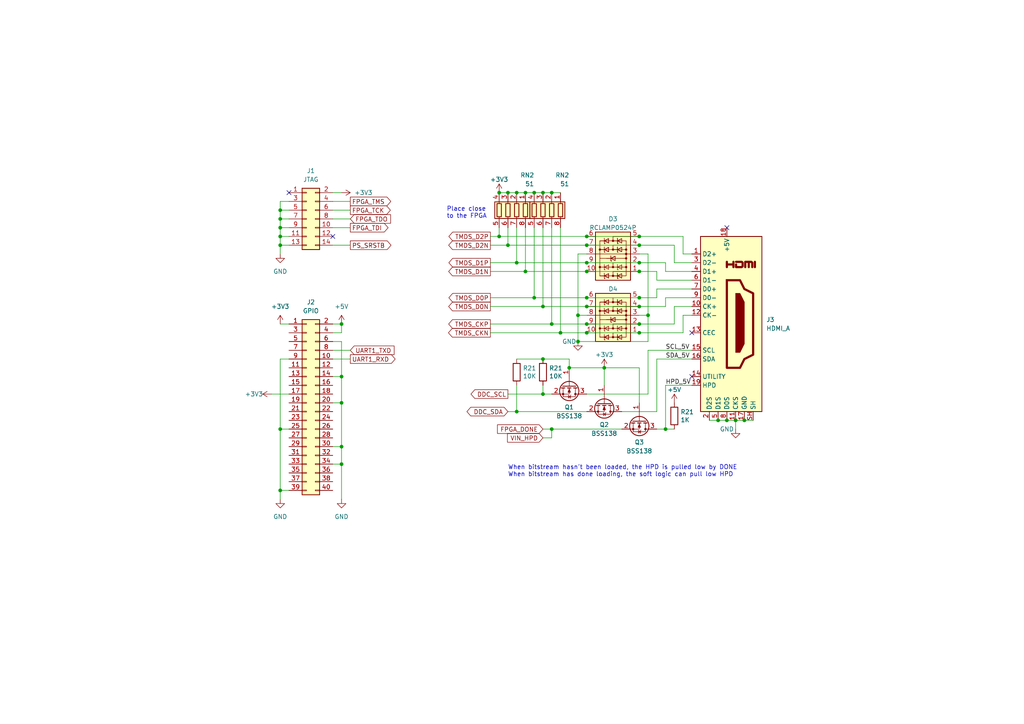
<source format=kicad_sch>
(kicad_sch (version 20230121) (generator eeschema)
  (paper "A4")
  (lib_symbols
    (symbol "Connector:HDMI_A"
      (property "Reference" "J" (at -6.35 26.67 0))
      (property "Value" "HDMI_A" (at 10.16 26.67 0))
      (symbol "HDMI_A_0_0"
        (polyline (pts (xy 8.128 16.51) (xy 8.128 18.034)) (stroke (width 0.635)))
        (polyline (pts (xy 0 16.51) (xy 0 18.034) (xy 0 17.272) (xy 1.905 17.272) (xy 1.905 18.034) (xy 1.905 16.51)) (stroke (width 0.635)))
        (polyline (pts (xy 2.667 18.034) (xy 4.318 18.034) (xy 4.572 17.78) (xy 4.572 16.764) (xy 4.318 16.51) (xy 2.667 16.51) (xy 2.667 17.272)) (stroke (width 0.635)))
      )
      (symbol "HDMI_A_0_1"
        (rectangle (start -7.62 25.4) (end 10.16 -25.4) (stroke (width 0.254)) (fill (type background)))
        (polyline (pts (xy 2.54 8.89) (xy 3.81 8.89) (xy 5.08 6.35) (xy 5.08 -5.715) (xy 3.81 -8.255) (xy 2.54 -8.255) (xy 2.54 8.89)) (fill (type outline)))
        (polyline (pts (xy 5.334 16.51) (xy 5.334 18.034) (xy 6.35 18.034) (xy 6.35 16.51) (xy 6.35 18.034) (xy 7.112 18.034) (xy 7.366 17.78) (xy 7.366 16.51)) (stroke (width 0.635)))
        (polyline (pts (xy 0 12.7) (xy 0 -12.7) (xy 3.81 -12.7) (xy 5.08 -10.16) (xy 7.62 -8.89) (xy 7.62 8.89) (xy 5.08 10.16) (xy 3.81 12.7) (xy 0 12.7)) (stroke (width 0.635)))
      )
      (symbol "HDMI_A_1_1"
        (pin passive line (at -10.16 20.32 0) (length 2.54) (name "D2+") (number "1"))
        (pin passive line (at -10.16 5.08 0) (length 2.54) (name "CK+") (number "10"))
        (pin power_in line (at 2.54 -27.94 90) (length 2.54) (name "CKS") (number "11"))
        (pin passive line (at -10.16 2.54 0) (length 2.54) (name "CK-") (number "12"))
        (pin bidirectional line (at -10.16 -2.54 0) (length 2.54) (name "CEC") (number "13"))
        (pin passive line (at -10.16 -15.24 0) (length 2.54) (name "UTILITY") (number "14"))
        (pin passive line (at -10.16 -7.62 0) (length 2.54) (name "SCL") (number "15"))
        (pin bidirectional line (at -10.16 -10.16 0) (length 2.54) (name "SDA") (number "16"))
        (pin power_in line (at 5.08 -27.94 90) (length 2.54) (name "GND") (number "17"))
        (pin power_in line (at 0 27.94 270) (length 2.54) (name "+5V") (number "18"))
        (pin passive line (at -10.16 -17.78 0) (length 2.54) (name "HPD") (number "19"))
        (pin power_in line (at -5.08 -27.94 90) (length 2.54) (name "D2S") (number "2"))
        (pin passive line (at -10.16 17.78 0) (length 2.54) (name "D2-") (number "3"))
        (pin passive line (at -10.16 15.24 0) (length 2.54) (name "D1+") (number "4"))
        (pin power_in line (at -2.54 -27.94 90) (length 2.54) (name "D1S") (number "5"))
        (pin passive line (at -10.16 12.7 0) (length 2.54) (name "D1-") (number "6"))
        (pin passive line (at -10.16 10.16 0) (length 2.54) (name "D0+") (number "7"))
        (pin power_in line (at 0 -27.94 90) (length 2.54) (name "D0S") (number "8"))
        (pin passive line (at -10.16 7.62 0) (length 2.54) (name "D0-") (number "9"))
        (pin passive line (at 7.62 -27.94 90) (length 2.54) (name "SH") (number "SH"))
      )
    )
    (symbol "Connector_Generic:Conn_02x07_Odd_Even" (pin_names (offset 1.016) hide)
      (property "Reference" "J" (at 1.27 10.16 0))
      (property "Value" "Conn_02x07_Odd_Even" (at 1.27 -10.16 0))
      (symbol "Conn_02x07_Odd_Even_1_1"
        (rectangle (start -1.27 -7.493) (end 0 -7.747) (stroke (width 0.1524)))
        (rectangle (start -1.27 -4.953) (end 0 -5.207) (stroke (width 0.1524)))
        (rectangle (start -1.27 -2.413) (end 0 -2.667) (stroke (width 0.1524)))
        (rectangle (start -1.27 0.127) (end 0 -0.127) (stroke (width 0.1524)))
        (rectangle (start -1.27 2.667) (end 0 2.413) (stroke (width 0.1524)))
        (rectangle (start -1.27 5.207) (end 0 4.953) (stroke (width 0.1524)))
        (rectangle (start -1.27 7.747) (end 0 7.493) (stroke (width 0.1524)))
        (rectangle (start -1.27 8.89) (end 3.81 -8.89) (stroke (width 0.254)) (fill (type background)))
        (rectangle (start 3.81 -7.493) (end 2.54 -7.747) (stroke (width 0.1524)))
        (rectangle (start 3.81 -4.953) (end 2.54 -5.207) (stroke (width 0.1524)))
        (rectangle (start 3.81 -2.413) (end 2.54 -2.667) (stroke (width 0.1524)))
        (rectangle (start 3.81 0.127) (end 2.54 -0.127) (stroke (width 0.1524)))
        (rectangle (start 3.81 2.667) (end 2.54 2.413) (stroke (width 0.1524)))
        (rectangle (start 3.81 5.207) (end 2.54 4.953) (stroke (width 0.1524)))
        (rectangle (start 3.81 7.747) (end 2.54 7.493) (stroke (width 0.1524)))
        (pin passive line (at -5.08 7.62 0) (length 3.81) (name "Pin_1") (number "1"))
        (pin passive line (at 7.62 -2.54 180) (length 3.81) (name "Pin_10") (number "10"))
        (pin passive line (at -5.08 -5.08 0) (length 3.81) (name "Pin_11") (number "11"))
        (pin passive line (at 7.62 -5.08 180) (length 3.81) (name "Pin_12") (number "12"))
        (pin passive line (at -5.08 -7.62 0) (length 3.81) (name "Pin_13") (number "13"))
        (pin passive line (at 7.62 -7.62 180) (length 3.81) (name "Pin_14") (number "14"))
        (pin passive line (at 7.62 7.62 180) (length 3.81) (name "Pin_2") (number "2"))
        (pin passive line (at -5.08 5.08 0) (length 3.81) (name "Pin_3") (number "3"))
        (pin passive line (at 7.62 5.08 180) (length 3.81) (name "Pin_4") (number "4"))
        (pin passive line (at -5.08 2.54 0) (length 3.81) (name "Pin_5") (number "5"))
        (pin passive line (at 7.62 2.54 180) (length 3.81) (name "Pin_6") (number "6"))
        (pin passive line (at -5.08 0 0) (length 3.81) (name "Pin_7") (number "7"))
        (pin passive line (at 7.62 0 180) (length 3.81) (name "Pin_8") (number "8"))
        (pin passive line (at -5.08 -2.54 0) (length 3.81) (name "Pin_9") (number "9"))
      )
    )
    (symbol "Connector_Generic:Conn_02x20_Odd_Even" (pin_names (offset 1.016) hide)
      (property "Reference" "J" (at 1.27 25.4 0))
      (property "Value" "Conn_02x20_Odd_Even" (at 1.27 -27.94 0))
      (symbol "Conn_02x20_Odd_Even_1_1"
        (rectangle (start -1.27 -25.273) (end 0 -25.527) (stroke (width 0.1524)))
        (rectangle (start -1.27 -22.733) (end 0 -22.987) (stroke (width 0.1524)))
        (rectangle (start -1.27 -20.193) (end 0 -20.447) (stroke (width 0.1524)))
        (rectangle (start -1.27 -17.653) (end 0 -17.907) (stroke (width 0.1524)))
        (rectangle (start -1.27 -15.113) (end 0 -15.367) (stroke (width 0.1524)))
        (rectangle (start -1.27 -12.573) (end 0 -12.827) (stroke (width 0.1524)))
        (rectangle (start -1.27 -10.033) (end 0 -10.287) (stroke (width 0.1524)))
        (rectangle (start -1.27 -7.493) (end 0 -7.747) (stroke (width 0.1524)))
        (rectangle (start -1.27 -4.953) (end 0 -5.207) (stroke (width 0.1524)))
        (rectangle (start -1.27 -2.413) (end 0 -2.667) (stroke (width 0.1524)))
        (rectangle (start -1.27 0.127) (end 0 -0.127) (stroke (width 0.1524)))
        (rectangle (start -1.27 2.667) (end 0 2.413) (stroke (width 0.1524)))
        (rectangle (start -1.27 5.207) (end 0 4.953) (stroke (width 0.1524)))
        (rectangle (start -1.27 7.747) (end 0 7.493) (stroke (width 0.1524)))
        (rectangle (start -1.27 10.287) (end 0 10.033) (stroke (width 0.1524)))
        (rectangle (start -1.27 12.827) (end 0 12.573) (stroke (width 0.1524)))
        (rectangle (start -1.27 15.367) (end 0 15.113) (stroke (width 0.1524)))
        (rectangle (start -1.27 17.907) (end 0 17.653) (stroke (width 0.1524)))
        (rectangle (start -1.27 20.447) (end 0 20.193) (stroke (width 0.1524)))
        (rectangle (start -1.27 22.987) (end 0 22.733) (stroke (width 0.1524)))
        (rectangle (start -1.27 24.13) (end 3.81 -26.67) (stroke (width 0.254)) (fill (type background)))
        (rectangle (start 3.81 -25.273) (end 2.54 -25.527) (stroke (width 0.1524)))
        (rectangle (start 3.81 -22.733) (end 2.54 -22.987) (stroke (width 0.1524)))
        (rectangle (start 3.81 -20.193) (end 2.54 -20.447) (stroke (width 0.1524)))
        (rectangle (start 3.81 -17.653) (end 2.54 -17.907) (stroke (width 0.1524)))
        (rectangle (start 3.81 -15.113) (end 2.54 -15.367) (stroke (width 0.1524)))
        (rectangle (start 3.81 -12.573) (end 2.54 -12.827) (stroke (width 0.1524)))
        (rectangle (start 3.81 -10.033) (end 2.54 -10.287) (stroke (width 0.1524)))
        (rectangle (start 3.81 -7.493) (end 2.54 -7.747) (stroke (width 0.1524)))
        (rectangle (start 3.81 -4.953) (end 2.54 -5.207) (stroke (width 0.1524)))
        (rectangle (start 3.81 -2.413) (end 2.54 -2.667) (stroke (width 0.1524)))
        (rectangle (start 3.81 0.127) (end 2.54 -0.127) (stroke (width 0.1524)))
        (rectangle (start 3.81 2.667) (end 2.54 2.413) (stroke (width 0.1524)))
        (rectangle (start 3.81 5.207) (end 2.54 4.953) (stroke (width 0.1524)))
        (rectangle (start 3.81 7.747) (end 2.54 7.493) (stroke (width 0.1524)))
        (rectangle (start 3.81 10.287) (end 2.54 10.033) (stroke (width 0.1524)))
        (rectangle (start 3.81 12.827) (end 2.54 12.573) (stroke (width 0.1524)))
        (rectangle (start 3.81 15.367) (end 2.54 15.113) (stroke (width 0.1524)))
        (rectangle (start 3.81 17.907) (end 2.54 17.653) (stroke (width 0.1524)))
        (rectangle (start 3.81 20.447) (end 2.54 20.193) (stroke (width 0.1524)))
        (rectangle (start 3.81 22.987) (end 2.54 22.733) (stroke (width 0.1524)))
        (pin passive line (at -5.08 22.86 0) (length 3.81) (name "Pin_1") (number "1"))
        (pin passive line (at 7.62 12.7 180) (length 3.81) (name "Pin_10") (number "10"))
        (pin passive line (at -5.08 10.16 0) (length 3.81) (name "Pin_11") (number "11"))
        (pin passive line (at 7.62 10.16 180) (length 3.81) (name "Pin_12") (number "12"))
        (pin passive line (at -5.08 7.62 0) (length 3.81) (name "Pin_13") (number "13"))
        (pin passive line (at 7.62 7.62 180) (length 3.81) (name "Pin_14") (number "14"))
        (pin passive line (at -5.08 5.08 0) (length 3.81) (name "Pin_15") (number "15"))
        (pin passive line (at 7.62 5.08 180) (length 3.81) (name "Pin_16") (number "16"))
        (pin passive line (at -5.08 2.54 0) (length 3.81) (name "Pin_17") (number "17"))
        (pin passive line (at 7.62 2.54 180) (length 3.81) (name "Pin_18") (number "18"))
        (pin passive line (at -5.08 0 0) (length 3.81) (name "Pin_19") (number "19"))
        (pin passive line (at 7.62 22.86 180) (length 3.81) (name "Pin_2") (number "2"))
        (pin passive line (at 7.62 0 180) (length 3.81) (name "Pin_20") (number "20"))
        (pin passive line (at -5.08 -2.54 0) (length 3.81) (name "Pin_21") (number "21"))
        (pin passive line (at 7.62 -2.54 180) (length 3.81) (name "Pin_22") (number "22"))
        (pin passive line (at -5.08 -5.08 0) (length 3.81) (name "Pin_23") (number "23"))
        (pin passive line (at 7.62 -5.08 180) (length 3.81) (name "Pin_24") (number "24"))
        (pin passive line (at -5.08 -7.62 0) (length 3.81) (name "Pin_25") (number "25"))
        (pin passive line (at 7.62 -7.62 180) (length 3.81) (name "Pin_26") (number "26"))
        (pin passive line (at -5.08 -10.16 0) (length 3.81) (name "Pin_27") (number "27"))
        (pin passive line (at 7.62 -10.16 180) (length 3.81) (name "Pin_28") (number "28"))
        (pin passive line (at -5.08 -12.7 0) (length 3.81) (name "Pin_29") (number "29"))
        (pin passive line (at -5.08 20.32 0) (length 3.81) (name "Pin_3") (number "3"))
        (pin passive line (at 7.62 -12.7 180) (length 3.81) (name "Pin_30") (number "30"))
        (pin passive line (at -5.08 -15.24 0) (length 3.81) (name "Pin_31") (number "31"))
        (pin passive line (at 7.62 -15.24 180) (length 3.81) (name "Pin_32") (number "32"))
        (pin passive line (at -5.08 -17.78 0) (length 3.81) (name "Pin_33") (number "33"))
        (pin passive line (at 7.62 -17.78 180) (length 3.81) (name "Pin_34") (number "34"))
        (pin passive line (at -5.08 -20.32 0) (length 3.81) (name "Pin_35") (number "35"))
        (pin passive line (at 7.62 -20.32 180) (length 3.81) (name "Pin_36") (number "36"))
        (pin passive line (at -5.08 -22.86 0) (length 3.81) (name "Pin_37") (number "37"))
        (pin passive line (at 7.62 -22.86 180) (length 3.81) (name "Pin_38") (number "38"))
        (pin passive line (at -5.08 -25.4 0) (length 3.81) (name "Pin_39") (number "39"))
        (pin passive line (at 7.62 20.32 180) (length 3.81) (name "Pin_4") (number "4"))
        (pin passive line (at 7.62 -25.4 180) (length 3.81) (name "Pin_40") (number "40"))
        (pin passive line (at -5.08 17.78 0) (length 3.81) (name "Pin_5") (number "5"))
        (pin passive line (at 7.62 17.78 180) (length 3.81) (name "Pin_6") (number "6"))
        (pin passive line (at -5.08 15.24 0) (length 3.81) (name "Pin_7") (number "7"))
        (pin passive line (at 7.62 15.24 180) (length 3.81) (name "Pin_8") (number "8"))
        (pin passive line (at -5.08 12.7 0) (length 3.81) (name "Pin_9") (number "9"))
      )
    )
    (symbol "Device:R" (pin_numbers hide) (pin_names (offset 0))
      (property "Reference" "R" (at 2.032 0 90))
      (property "Value" "R" (at 0 0 90))
      (symbol "R_0_1"
        (rectangle (start -1.016 -2.54) (end 1.016 2.54) (stroke (width 0.254)))
      )
      (symbol "R_1_1"
        (pin passive line (at 0 3.81 270) (length 1.27) (name "~") (number "1"))
        (pin passive line (at 0 -3.81 90) (length 1.27) (name "~") (number "2"))
      )
    )
    (symbol "Device:R_Pack04" (pin_names (offset 0) hide)
      (property "Reference" "RN" (at -7.62 0 90))
      (property "Value" "R_Pack04" (at 5.08 0 90))
      (symbol "R_Pack04_0_1"
        (rectangle (start -6.35 -2.413) (end 3.81 2.413) (stroke (width 0.254)) (fill (type background)))
        (rectangle (start -5.715 1.905) (end -4.445 -1.905) (stroke (width 0.254)))
        (rectangle (start -3.175 1.905) (end -1.905 -1.905) (stroke (width 0.254)))
        (rectangle (start -0.635 1.905) (end 0.635 -1.905) (stroke (width 0.254)))
        (polyline (pts (xy -5.08 -2.54) (xy -5.08 -1.905)))
        (polyline (pts (xy -5.08 1.905) (xy -5.08 2.54)))
        (polyline (pts (xy -2.54 -2.54) (xy -2.54 -1.905)))
        (polyline (pts (xy -2.54 1.905) (xy -2.54 2.54)))
        (polyline (pts (xy 0 -2.54) (xy 0 -1.905)))
        (polyline (pts (xy 0 1.905) (xy 0 2.54)))
        (polyline (pts (xy 2.54 -2.54) (xy 2.54 -1.905)))
        (polyline (pts (xy 2.54 1.905) (xy 2.54 2.54)))
        (rectangle (start 1.905 1.905) (end 3.175 -1.905) (stroke (width 0.254)))
      )
      (symbol "R_Pack04_1_1"
        (pin passive line (at -5.08 -5.08 90) (length 2.54) (name "R1.1") (number "1"))
        (pin passive line (at -2.54 -5.08 90) (length 2.54) (name "R2.1") (number "2"))
        (pin passive line (at 0 -5.08 90) (length 2.54) (name "R3.1") (number "3"))
        (pin passive line (at 2.54 -5.08 90) (length 2.54) (name "R4.1") (number "4"))
        (pin passive line (at 2.54 5.08 270) (length 2.54) (name "R4.2") (number "5"))
        (pin passive line (at 0 5.08 270) (length 2.54) (name "R3.2") (number "6"))
        (pin passive line (at -2.54 5.08 270) (length 2.54) (name "R2.2") (number "7"))
        (pin passive line (at -5.08 5.08 270) (length 2.54) (name "R1.2") (number "8"))
      )
    )
    (symbol "Transistor_FET:BSS138" (pin_names hide)
      (property "Reference" "Q" (at 5.08 1.905 0))
      (property "Value" "BSS138" (at 5.08 0 0))
      (symbol "BSS138_0_1"
        (polyline (pts (xy 0.254 0) (xy -2.54 0)))
        (polyline (pts (xy 0.254 1.905) (xy 0.254 -1.905)) (stroke (width 0.254)))
        (polyline (pts (xy 0.762 -1.27) (xy 0.762 -2.286)) (stroke (width 0.254)))
        (polyline (pts (xy 0.762 0.508) (xy 0.762 -0.508)) (stroke (width 0.254)))
        (polyline (pts (xy 0.762 2.286) (xy 0.762 1.27)) (stroke (width 0.254)))
        (polyline (pts (xy 2.54 2.54) (xy 2.54 1.778)))
        (polyline (pts (xy 2.54 -2.54) (xy 2.54 0) (xy 0.762 0)))
        (polyline (pts (xy 0.762 -1.778) (xy 3.302 -1.778) (xy 3.302 1.778) (xy 0.762 1.778)))
        (polyline (pts (xy 1.016 0) (xy 2.032 0.381) (xy 2.032 -0.381) (xy 1.016 0)) (fill (type outline)))
        (polyline (pts (xy 2.794 0.508) (xy 2.921 0.381) (xy 3.683 0.381) (xy 3.81 0.254)))
        (polyline (pts (xy 3.302 0.381) (xy 2.921 -0.254) (xy 3.683 -0.254) (xy 3.302 0.381)))
        (circle (center 1.651 0) (radius 2.794) (stroke (width 0.254)))
        (circle (center 2.54 -1.778) (radius 0.254) (fill (type outline)))
        (circle (center 2.54 1.778) (radius 0.254) (fill (type outline)))
      )
      (symbol "BSS138_1_1"
        (pin input line (at -5.08 0 0) (length 2.54) (name "G") (number "1"))
        (pin passive line (at 2.54 -5.08 90) (length 2.54) (name "S") (number "2"))
        (pin passive line (at 2.54 5.08 270) (length 2.54) (name "D") (number "3"))
      )
    )
    (symbol "power:+3V3" (power) (pin_names (offset 0))
      (property "Value" "+3V3" (at 0 3.556 0))
      (symbol "+3V3_0_1"
        (polyline (pts (xy -0.762 1.27) (xy 0 2.54)))
        (polyline (pts (xy 0 0) (xy 0 2.54)))
        (polyline (pts (xy 0 2.54) (xy 0.762 1.27)))
      )
      (symbol "+3V3_1_1"
        (pin power_in line (at 0 0 90) (length 0) hide (name "+3V3") (number "1"))
      )
    )
    (symbol "power:+5V" (power) (pin_names (offset 0))
      (property "Value" "+5V" (at 0 3.556 0))
      (symbol "+5V_0_1"
        (polyline (pts (xy -0.762 1.27) (xy 0 2.54)))
        (polyline (pts (xy 0 0) (xy 0 2.54)))
        (polyline (pts (xy 0 2.54) (xy 0.762 1.27)))
      )
      (symbol "+5V_1_1"
        (pin power_in line (at 0 0 90) (length 0) hide (name "+5V") (number "1"))
      )
    )
    (symbol "power:GND" (power) (pin_names (offset 0))
      (property "Value" "GND" (at 0 -3.81 0))
      (symbol "GND_0_1"
        (polyline (pts (xy 0 0) (xy 0 -1.27) (xy 1.27 -1.27) (xy 0 -2.54) (xy -1.27 -1.27) (xy 0 -1.27)))
      )
      (symbol "GND_1_1"
        (pin power_in line (at 0 0 270) (length 0) hide (name "GND") (number "1"))
      )
    )
    (symbol "symbols:RCLAMP0524P" (pin_names hide)
      (property "Reference" "D" (at 7.62 1.27 0))
      (property "Value" "RCLAMP0524P" (at 7.62 -0.635 0))
      (symbol "RCLAMP0524P_0_0"
        (pin passive line (at 0 -7.62 90) (length 2.54) (name "GND") (number "3"))
      )
      (symbol "RCLAMP0524P_0_1"
        (rectangle (start -7.62 5.08) (end 6.35 -5.08) (stroke (width 0.254)) (fill (type background)))
        (circle (center -6.35 0) (radius 0.254) (fill (type outline)))
        (circle (center -3.81 -3.81) (radius 0.254) (fill (type outline)))
        (circle (center -3.81 0) (radius 0.254) (fill (type outline)))
        (circle (center -3.81 3.81) (radius 0.254) (fill (type outline)))
        (circle (center -1.27 -3.81) (radius 0.254) (fill (type outline)))
        (circle (center 0 -3.81) (radius 0.254) (fill (type outline)))
        (polyline (pts (xy -6.35 0) (xy -6.35 -1.27)))
        (polyline (pts (xy -6.35 2.54) (xy -6.35 -1.27)))
        (polyline (pts (xy -6.35 3.81) (xy -6.35 2.54)))
        (polyline (pts (xy -6.35 3.81) (xy -6.35 2.54)))
        (polyline (pts (xy -3.81 -3.81) (xy -3.81 2.54)))
        (polyline (pts (xy -3.81 3.81) (xy -3.81 2.54)))
        (polyline (pts (xy -3.175 -1.27) (xy -3.048 -1.27)))
        (polyline (pts (xy -3.175 2.54) (xy -3.048 2.54)))
        (polyline (pts (xy -1.27 0.635) (xy -1.27 -3.81)))
        (polyline (pts (xy -1.27 1.905) (xy -1.27 0.635)))
        (polyline (pts (xy -1.27 3.81) (xy -1.27 0.635)))
        (polyline (pts (xy 0 -5.08) (xy 0 -3.81)))
        (polyline (pts (xy 0 5.08) (xy 0 -3.81)))
        (polyline (pts (xy 1.27 -3.81) (xy -1.27 -3.81)))
        (polyline (pts (xy 1.27 0) (xy 1.27 -1.27)))
        (polyline (pts (xy 1.27 2.54) (xy 1.27 -1.27)))
        (polyline (pts (xy 1.27 3.81) (xy 1.27 2.54)))
        (polyline (pts (xy 1.27 3.81) (xy 1.27 2.54)))
        (polyline (pts (xy 3.81 0) (xy 3.81 -1.27)))
        (polyline (pts (xy 3.81 2.54) (xy 3.81 -1.27)))
        (polyline (pts (xy 3.81 3.81) (xy -6.35 3.81)))
        (polyline (pts (xy 3.81 3.81) (xy 3.81 2.54)))
        (polyline (pts (xy 3.81 3.81) (xy 3.81 2.54)))
        (polyline (pts (xy -6.35 -1.27) (xy -6.35 -3.81) (xy -1.27 -3.81)))
        (polyline (pts (xy -5.08 -5.08) (xy -5.08 0) (xy -6.35 0)))
        (polyline (pts (xy -3.175 -1.27) (xy -4.572 -1.27) (xy -4.572 -1.524)))
        (polyline (pts (xy -3.175 2.54) (xy -4.572 2.54) (xy -4.572 2.286)))
        (polyline (pts (xy -2.54 -5.08) (xy -2.54 0) (xy -3.81 0)))
        (polyline (pts (xy 1.27 -1.27) (xy 1.27 -3.81) (xy 3.81 -3.81)))
        (polyline (pts (xy 2.54 -5.08) (xy 2.54 0) (xy 1.27 0)))
        (polyline (pts (xy 3.81 -1.27) (xy 3.81 -3.81) (xy 3.81 -3.81)))
        (polyline (pts (xy 5.08 -5.08) (xy 5.08 0) (xy 3.81 0)))
        (polyline (pts (xy -7.112 -1.524) (xy -7.112 -1.27) (xy -5.715 -1.27) (xy -5.588 -1.27)))
        (polyline (pts (xy -7.112 -1.524) (xy -7.112 -1.27) (xy -5.715 -1.27) (xy -5.588 -1.27)))
        (polyline (pts (xy -7.112 2.286) (xy -7.112 2.54) (xy -5.715 2.54) (xy -5.588 2.54)))
        (polyline (pts (xy -7.112 2.286) (xy -7.112 2.54) (xy -5.715 2.54) (xy -5.588 2.54)))
        (polyline (pts (xy -6.35 -1.27) (xy -5.715 -2.54) (xy -6.985 -2.54) (xy -6.35 -1.27)))
        (polyline (pts (xy -6.35 -1.27) (xy -5.715 -2.54) (xy -6.985 -2.54) (xy -6.35 -1.27)))
        (polyline (pts (xy -6.35 2.54) (xy -5.715 1.27) (xy -6.985 1.27) (xy -6.35 2.54)))
        (polyline (pts (xy -6.35 2.54) (xy -5.715 1.27) (xy -6.985 1.27) (xy -6.35 2.54)))
        (polyline (pts (xy -3.175 -2.54) (xy -4.445 -2.54) (xy -3.81 -1.27) (xy -3.175 -2.54)))
        (polyline (pts (xy -3.175 1.27) (xy -4.445 1.27) (xy -3.81 2.54) (xy -3.175 1.27)))
        (polyline (pts (xy -2.032 0.381) (xy -2.032 0.635) (xy -0.635 0.635) (xy -0.508 0.635)))
        (polyline (pts (xy -2.032 0.381) (xy -2.032 0.635) (xy -0.635 0.635) (xy -0.508 0.635)))
        (polyline (pts (xy -1.27 0.635) (xy -0.635 -0.635) (xy -1.905 -0.635) (xy -1.27 0.635)))
        (polyline (pts (xy -1.27 0.635) (xy -0.635 -0.635) (xy -1.905 -0.635) (xy -1.27 0.635)))
        (polyline (pts (xy 0.508 -1.524) (xy 0.508 -1.27) (xy 1.905 -1.27) (xy 2.032 -1.27)))
        (polyline (pts (xy 0.508 -1.524) (xy 0.508 -1.27) (xy 1.905 -1.27) (xy 2.032 -1.27)))
        (polyline (pts (xy 0.508 2.286) (xy 0.508 2.54) (xy 1.905 2.54) (xy 2.032 2.54)))
        (polyline (pts (xy 0.508 2.286) (xy 0.508 2.54) (xy 1.905 2.54) (xy 2.032 2.54)))
        (polyline (pts (xy 1.27 -1.27) (xy 1.905 -2.54) (xy 0.635 -2.54) (xy 1.27 -1.27)))
        (polyline (pts (xy 1.27 -1.27) (xy 1.905 -2.54) (xy 0.635 -2.54) (xy 1.27 -1.27)))
        (polyline (pts (xy 1.27 2.54) (xy 1.905 1.27) (xy 0.635 1.27) (xy 1.27 2.54)))
        (polyline (pts (xy 1.27 2.54) (xy 1.905 1.27) (xy 0.635 1.27) (xy 1.27 2.54)))
        (polyline (pts (xy 3.048 -1.524) (xy 3.048 -1.27) (xy 4.445 -1.27) (xy 4.572 -1.27)))
        (polyline (pts (xy 3.048 -1.524) (xy 3.048 -1.27) (xy 4.445 -1.27) (xy 4.572 -1.27)))
        (polyline (pts (xy 3.048 2.286) (xy 3.048 2.54) (xy 4.445 2.54) (xy 4.572 2.54)))
        (polyline (pts (xy 3.048 2.286) (xy 3.048 2.54) (xy 4.445 2.54) (xy 4.572 2.54)))
        (polyline (pts (xy 3.81 -1.27) (xy 4.445 -2.54) (xy 3.175 -2.54) (xy 3.81 -1.27)))
        (polyline (pts (xy 3.81 -1.27) (xy 4.445 -2.54) (xy 3.175 -2.54) (xy 3.81 -1.27)))
        (polyline (pts (xy 3.81 2.54) (xy 4.445 1.27) (xy 3.175 1.27) (xy 3.81 2.54)))
        (polyline (pts (xy 3.81 2.54) (xy 4.445 1.27) (xy 3.175 1.27) (xy 3.81 2.54)))
        (circle (center 1.27 -3.81) (radius 0.254) (fill (type outline)))
        (circle (center 1.27 0) (radius 0.254) (fill (type outline)))
        (circle (center 1.27 3.81) (radius 0.254) (fill (type outline)))
        (circle (center 3.81 0) (radius 0.254) (fill (type outline)))
      )
      (symbol "RCLAMP0524P_1_1"
        (pin passive line (at -5.08 -7.62 90) (length 2.54) (name "IO1") (number "1"))
        (pin passive line (at -5.08 7.62 270) (length 2.54) (name "NC4") (number "10"))
        (pin passive line (at -2.54 -7.62 90) (length 2.54) (name "IO2") (number "2"))
        (pin passive line (at 2.54 -7.62 90) (length 2.54) (name "IO3") (number "4"))
        (pin passive line (at 5.08 -7.62 90) (length 2.54) (name "IO4") (number "5"))
        (pin passive line (at 5.08 7.62 270) (length 2.54) (name "NC1") (number "6"))
        (pin passive line (at 2.54 7.62 270) (length 2.54) (name "NC2") (number "7"))
        (pin passive line (at 0 7.62 270) (length 2.54) (name "GND") (number "8"))
        (pin passive line (at -2.54 7.62 270) (length 2.54) (name "NC3") (number "9"))
      )
    )
  )
  (junction (at 157.48 104.14))
  (junction (at 160.02 124.46))
  (junction (at 165.1 106.68))
  (junction (at 99.06 129.54))
  (junction (at 187.96 91.44))
  (junction (at 170.18 86.36))
  (junction (at 170.18 93.98))
  (junction (at 170.18 71.12))
  (junction (at 167.64 91.44))
  (junction (at 185.42 71.12))
  (junction (at 152.4 78.74))
  (junction (at 170.18 88.9))
  (junction (at 193.04 124.46))
  (junction (at 185.42 76.2))
  (junction (at 215.9 121.92))
  (junction (at 149.86 76.2))
  (junction (at 147.32 71.12))
  (junction (at 154.94 86.36))
  (junction (at 185.42 68.58))
  (junction (at 213.36 121.92))
  (junction (at 157.48 114.3))
  (junction (at 157.48 88.9))
  (junction (at 210.82 121.92))
  (junction (at 175.26 106.68))
  (junction (at 157.48 55.88))
  (junction (at 99.06 93.98))
  (junction (at 170.18 78.74))
  (junction (at 144.78 55.88))
  (junction (at 185.42 96.52))
  (junction (at 81.28 124.46))
  (junction (at 81.28 66.04))
  (junction (at 170.18 96.52))
  (junction (at 81.28 142.24))
  (junction (at 149.86 55.88))
  (junction (at 152.4 55.88))
  (junction (at 99.06 134.62))
  (junction (at 208.28 121.92))
  (junction (at 170.18 76.2))
  (junction (at 81.28 63.5))
  (junction (at 81.28 71.12))
  (junction (at 167.64 99.06))
  (junction (at 185.42 93.98))
  (junction (at 185.42 78.74))
  (junction (at 185.42 86.36))
  (junction (at 170.18 68.58))
  (junction (at 99.06 109.22))
  (junction (at 99.06 116.84))
  (junction (at 81.28 68.58))
  (junction (at 160.02 93.98))
  (junction (at 149.86 119.38))
  (junction (at 162.56 96.52))
  (junction (at 154.94 55.88))
  (junction (at 185.42 88.9))
  (junction (at 147.32 55.88))
  (junction (at 144.78 68.58))
  (junction (at 81.28 60.96))
  (junction (at 160.02 55.88))
  (no_connect (at 210.82 66.04))
  (no_connect (at 96.52 68.58))
  (no_connect (at 200.66 96.52))
  (no_connect (at 200.66 109.22))
  (no_connect (at 83.82 55.88))
  (wire (pts (xy 157.48 111.76) (xy 157.48 114.3)))
  (wire (pts (xy 81.28 66.04) (xy 81.28 68.58)))
  (wire (pts (xy 167.64 99.06) (xy 187.96 99.06)))
  (wire (pts (xy 160.02 127) (xy 160.02 124.46)))
  (wire (pts (xy 165.1 106.68) (xy 175.26 106.68)))
  (wire (pts (xy 185.42 86.36) (xy 190.5 86.36)))
  (wire (pts (xy 81.28 124.46) (xy 81.28 142.24)))
  (wire (pts (xy 170.18 78.74) (xy 185.42 78.74)))
  (wire (pts (xy 157.48 55.88) (xy 160.02 55.88)))
  (wire (pts (xy 170.18 73.66) (xy 167.64 73.66)))
  (wire (pts (xy 190.5 124.46) (xy 193.04 124.46)))
  (wire (pts (xy 193.04 78.74) (xy 193.04 76.2)))
  (wire (pts (xy 152.4 66.04) (xy 152.4 78.74)))
  (wire (pts (xy 205.74 121.92) (xy 208.28 121.92)))
  (wire (pts (xy 147.32 119.38) (xy 149.86 119.38)))
  (wire (pts (xy 213.36 121.92) (xy 215.9 121.92)))
  (wire (pts (xy 187.96 99.06) (xy 187.96 91.44)))
  (wire (pts (xy 160.02 66.04) (xy 160.02 93.98)))
  (wire (pts (xy 170.18 88.9) (xy 185.42 88.9)))
  (wire (pts (xy 154.94 86.36) (xy 170.18 86.36)))
  (wire (pts (xy 170.18 96.52) (xy 185.42 96.52)))
  (wire (pts (xy 96.52 60.96) (xy 101.6 60.96)))
  (wire (pts (xy 99.06 109.22) (xy 99.06 116.84)))
  (wire (pts (xy 83.82 104.14) (xy 81.28 104.14)))
  (wire (pts (xy 96.52 104.14) (xy 101.6 104.14)))
  (wire (pts (xy 81.28 124.46) (xy 83.82 124.46)))
  (wire (pts (xy 147.32 114.3) (xy 157.48 114.3)))
  (wire (pts (xy 142.24 88.9) (xy 157.48 88.9)))
  (wire (pts (xy 81.28 93.98) (xy 83.82 93.98)))
  (wire (pts (xy 96.52 99.06) (xy 99.06 99.06)))
  (wire (pts (xy 187.96 73.66) (xy 187.96 91.44)))
  (wire (pts (xy 193.04 111.76) (xy 200.66 111.76)))
  (wire (pts (xy 160.02 124.46) (xy 180.34 124.46)))
  (wire (pts (xy 198.12 96.52) (xy 185.42 96.52)))
  (wire (pts (xy 215.9 121.92) (xy 218.44 121.92)))
  (wire (pts (xy 99.06 134.62) (xy 99.06 144.78)))
  (wire (pts (xy 195.58 93.98) (xy 185.42 93.98)))
  (wire (pts (xy 193.04 76.2) (xy 185.42 76.2)))
  (wire (pts (xy 190.5 83.82) (xy 190.5 86.36)))
  (wire (pts (xy 187.96 101.6) (xy 187.96 114.3)))
  (wire (pts (xy 167.64 91.44) (xy 167.64 99.06)))
  (wire (pts (xy 154.94 55.88) (xy 157.48 55.88)))
  (wire (pts (xy 170.18 86.36) (xy 185.42 86.36)))
  (wire (pts (xy 200.66 78.74) (xy 193.04 78.74)))
  (wire (pts (xy 96.52 101.6) (xy 101.6 101.6)))
  (wire (pts (xy 81.28 58.42) (xy 81.28 60.96)))
  (wire (pts (xy 149.86 104.14) (xy 157.48 104.14)))
  (wire (pts (xy 175.26 106.68) (xy 185.42 106.68)))
  (wire (pts (xy 195.58 76.2) (xy 200.66 76.2)))
  (wire (pts (xy 160.02 55.88) (xy 162.56 55.88)))
  (wire (pts (xy 149.86 55.88) (xy 152.4 55.88)))
  (wire (pts (xy 170.18 68.58) (xy 185.42 68.58)))
  (wire (pts (xy 147.32 71.12) (xy 170.18 71.12)))
  (wire (pts (xy 190.5 104.14) (xy 200.66 104.14)))
  (wire (pts (xy 187.96 114.3) (xy 170.18 114.3)))
  (wire (pts (xy 198.12 91.44) (xy 198.12 96.52)))
  (wire (pts (xy 200.66 91.44) (xy 198.12 91.44)))
  (wire (pts (xy 157.48 114.3) (xy 160.02 114.3)))
  (wire (pts (xy 83.82 58.42) (xy 81.28 58.42)))
  (wire (pts (xy 96.52 55.88) (xy 99.06 55.88)))
  (wire (pts (xy 185.42 73.66) (xy 187.96 73.66)))
  (wire (pts (xy 96.52 63.5) (xy 101.6 63.5)))
  (wire (pts (xy 193.04 124.46) (xy 195.58 124.46)))
  (wire (pts (xy 200.66 73.66) (xy 198.12 73.66)))
  (wire (pts (xy 190.5 78.74) (xy 185.42 78.74)))
  (wire (pts (xy 96.52 116.84) (xy 99.06 116.84)))
  (wire (pts (xy 200.66 86.36) (xy 193.04 86.36)))
  (wire (pts (xy 200.66 81.28) (xy 190.5 81.28)))
  (wire (pts (xy 157.48 104.14) (xy 165.1 104.14)))
  (wire (pts (xy 96.52 66.04) (xy 101.6 66.04)))
  (wire (pts (xy 96.52 96.52) (xy 99.06 96.52)))
  (wire (pts (xy 213.36 121.92) (xy 213.36 124.46)))
  (wire (pts (xy 142.24 78.74) (xy 152.4 78.74)))
  (wire (pts (xy 200.66 83.82) (xy 190.5 83.82)))
  (wire (pts (xy 144.78 55.88) (xy 147.32 55.88)))
  (wire (pts (xy 96.52 129.54) (xy 99.06 129.54)))
  (wire (pts (xy 147.32 55.88) (xy 149.86 55.88)))
  (wire (pts (xy 78.74 114.3) (xy 83.82 114.3)))
  (wire (pts (xy 170.18 93.98) (xy 185.42 93.98)))
  (wire (pts (xy 185.42 71.12) (xy 195.58 71.12)))
  (wire (pts (xy 165.1 104.14) (xy 165.1 106.68)))
  (wire (pts (xy 96.52 71.12) (xy 101.6 71.12)))
  (wire (pts (xy 193.04 86.36) (xy 193.04 88.9)))
  (wire (pts (xy 154.94 66.04) (xy 154.94 86.36)))
  (wire (pts (xy 195.58 88.9) (xy 195.58 93.98)))
  (wire (pts (xy 167.64 73.66) (xy 167.64 91.44)))
  (wire (pts (xy 81.28 142.24) (xy 81.28 144.78)))
  (wire (pts (xy 187.96 91.44) (xy 185.42 91.44)))
  (wire (pts (xy 152.4 55.88) (xy 154.94 55.88)))
  (wire (pts (xy 96.52 109.22) (xy 99.06 109.22)))
  (wire (pts (xy 99.06 99.06) (xy 99.06 109.22)))
  (wire (pts (xy 81.28 71.12) (xy 83.82 71.12)))
  (wire (pts (xy 193.04 88.9) (xy 185.42 88.9)))
  (wire (pts (xy 149.86 76.2) (xy 170.18 76.2)))
  (wire (pts (xy 142.24 96.52) (xy 162.56 96.52)))
  (wire (pts (xy 81.28 66.04) (xy 83.82 66.04)))
  (wire (pts (xy 157.48 66.04) (xy 157.48 88.9)))
  (wire (pts (xy 81.28 60.96) (xy 81.28 63.5)))
  (wire (pts (xy 142.24 68.58) (xy 144.78 68.58)))
  (wire (pts (xy 190.5 104.14) (xy 190.5 119.38)))
  (wire (pts (xy 170.18 71.12) (xy 185.42 71.12)))
  (wire (pts (xy 142.24 93.98) (xy 160.02 93.98)))
  (wire (pts (xy 99.06 116.84) (xy 99.06 129.54)))
  (wire (pts (xy 149.86 111.76) (xy 149.86 119.38)))
  (wire (pts (xy 81.28 60.96) (xy 83.82 60.96)))
  (wire (pts (xy 81.28 104.14) (xy 81.28 124.46)))
  (wire (pts (xy 210.82 121.92) (xy 213.36 121.92)))
  (wire (pts (xy 99.06 96.52) (xy 99.06 93.98)))
  (wire (pts (xy 157.48 88.9) (xy 170.18 88.9)))
  (wire (pts (xy 167.64 91.44) (xy 170.18 91.44)))
  (wire (pts (xy 142.24 71.12) (xy 147.32 71.12)))
  (wire (pts (xy 96.52 93.98) (xy 99.06 93.98)))
  (wire (pts (xy 198.12 73.66) (xy 198.12 68.58)))
  (wire (pts (xy 185.42 106.68) (xy 185.42 116.84)))
  (wire (pts (xy 190.5 81.28) (xy 190.5 78.74)))
  (wire (pts (xy 208.28 121.92) (xy 210.82 121.92)))
  (wire (pts (xy 81.28 63.5) (xy 81.28 66.04)))
  (wire (pts (xy 157.48 124.46) (xy 160.02 124.46)))
  (wire (pts (xy 175.26 106.68) (xy 175.26 111.76)))
  (wire (pts (xy 99.06 129.54) (xy 99.06 134.62)))
  (wire (pts (xy 149.86 119.38) (xy 170.18 119.38)))
  (wire (pts (xy 193.04 124.46) (xy 193.04 111.76)))
  (wire (pts (xy 170.18 76.2) (xy 185.42 76.2)))
  (wire (pts (xy 157.48 127) (xy 160.02 127)))
  (wire (pts (xy 152.4 78.74) (xy 170.18 78.74)))
  (wire (pts (xy 195.58 71.12) (xy 195.58 76.2)))
  (wire (pts (xy 162.56 96.52) (xy 170.18 96.52)))
  (wire (pts (xy 200.66 88.9) (xy 195.58 88.9)))
  (wire (pts (xy 96.52 134.62) (xy 99.06 134.62)))
  (wire (pts (xy 142.24 86.36) (xy 154.94 86.36)))
  (wire (pts (xy 81.28 142.24) (xy 83.82 142.24)))
  (wire (pts (xy 149.86 66.04) (xy 149.86 76.2)))
  (wire (pts (xy 144.78 66.04) (xy 144.78 68.58)))
  (wire (pts (xy 144.78 68.58) (xy 170.18 68.58)))
  (wire (pts (xy 160.02 93.98) (xy 170.18 93.98)))
  (wire (pts (xy 142.24 76.2) (xy 149.86 76.2)))
  (wire (pts (xy 162.56 66.04) (xy 162.56 96.52)))
  (wire (pts (xy 81.28 71.12) (xy 81.28 73.66)))
  (wire (pts (xy 81.28 68.58) (xy 81.28 71.12)))
  (wire (pts (xy 96.52 58.42) (xy 101.6 58.42)))
  (wire (pts (xy 198.12 68.58) (xy 185.42 68.58)))
  (wire (pts (xy 190.5 119.38) (xy 180.34 119.38)))
  (wire (pts (xy 187.96 101.6) (xy 200.66 101.6)))
  (wire (pts (xy 147.32 66.04) (xy 147.32 71.12)))
  (wire (pts (xy 81.28 63.5) (xy 83.82 63.5)))
  (wire (pts (xy 81.28 68.58) (xy 83.82 68.58)))
  (text "Place close\nto the FPGA" (at 129.54 63.5 0) (effects (font (size 1.27 1.27)) (justify left bottom)))
  (text "When bitstream hasn't been loaded, the HPD is pulled low by DONE\nWhen bitstream has done loading, the soft logic can pull low HPD" (at 147.32 138.43 0) (effects (font (size 1.27 1.27)) (justify left bottom)))
  (label "SCL_5V" (at 193.04 101.6 0))
  (label "HPD_5V" (at 193.04 111.76 0))
  (label "SDA_5V" (at 193.04 104.14 0))
  (global_label "TMDS_D1N" (shape output) (at 142.24 78.74 180) (property "Intersheetrefs" "${INTERSHEET_REFS}" (effects hide)))
  (global_label "TMDS_CKP" (shape output) (at 142.24 93.98 180) (property "Intersheetrefs" "${INTERSHEET_REFS}" (effects hide)))
  (global_label "FPGA_TCK" (shape output) (at 101.6 60.96 0) (property "Intersheetrefs" "${INTERSHEET_REFS}" (effects hide)))
  (global_label "PS_SRSTB" (shape output) (at 101.6 71.12 0) (property "Intersheetrefs" "${INTERSHEET_REFS}" (effects hide)))
  (global_label "VIN_HPD" (shape input) (at 157.48 127 180) (property "Intersheetrefs" "${INTERSHEET_REFS}" (effects hide)))
  (global_label "UART1_TXD" (shape input) (at 101.6 101.6 0) (property "Intersheetrefs" "${INTERSHEET_REFS}" (effects hide)))
  (global_label "FPGA_DONE" (shape input) (at 157.48 124.46 180) (property "Intersheetrefs" "${INTERSHEET_REFS}" (effects hide)))
  (global_label "TMDS_D2P" (shape output) (at 142.24 68.58 180) (property "Intersheetrefs" "${INTERSHEET_REFS}" (effects hide)))
  (global_label "DDC_SDA" (shape bidirectional) (at 147.32 119.38 180) (property "Intersheetrefs" "${INTERSHEET_REFS}" (effects hide)))
  (global_label "FPGA_TMS" (shape output) (at 101.6 58.42 0) (property "Intersheetrefs" "${INTERSHEET_REFS}" (effects hide)))
  (global_label "TMDS_D2N" (shape output) (at 142.24 71.12 180) (property "Intersheetrefs" "${INTERSHEET_REFS}" (effects hide)))
  (global_label "FPGA_TDI" (shape output) (at 101.6 66.04 0) (property "Intersheetrefs" "${INTERSHEET_REFS}" (effects hide)))
  (global_label "TMDS_D1P" (shape output) (at 142.24 76.2 180) (property "Intersheetrefs" "${INTERSHEET_REFS}" (effects hide)))
  (global_label "UART1_RXD" (shape output) (at 101.6 104.14 0) (property "Intersheetrefs" "${INTERSHEET_REFS}" (effects hide)))
  (global_label "FPGA_TDO" (shape input) (at 101.6 63.5 0) (property "Intersheetrefs" "${INTERSHEET_REFS}" (effects hide)))
  (global_label "TMDS_D0N" (shape output) (at 142.24 88.9 180) (property "Intersheetrefs" "${INTERSHEET_REFS}" (effects hide)))
  (global_label "TMDS_D0P" (shape output) (at 142.24 86.36 180) (property "Intersheetrefs" "${INTERSHEET_REFS}" (effects hide)))
  (global_label "DDC_SCL" (shape output) (at 147.32 114.3 180) (property "Intersheetrefs" "${INTERSHEET_REFS}" (effects hide)))
  (global_label "TMDS_CKN" (shape output) (at 142.24 96.52 180) (property "Intersheetrefs" "${INTERSHEET_REFS}" (effects hide)))
  (symbol (lib_id "symbols:RCLAMP0524P") (at 177.8 91.44 90) (unit 1)
    (property "Reference" "D4" (at 177.8 83.82 90))
    (property "Value" "RCLAMP0524P" (effects hide))
    (property "Footprint" "Package_DFN_QFN:Diodes_UDFN-10_1.0x2.5mm_P0.5mm" (effects hide))
  )
  (symbol (lib_id "Device:R_Pack04") (at 157.48 60.96 180) (unit 1)
    (property "Reference" "RN2" (at 165.1 50.8 0) (effects (justify left)))
    (property "Value" "51" (at 165.1 53.34 0) (effects (justify left)))
    (property "Footprint" "Resistor_SMD:R_Array_Convex_4x0402" (effects hide))
    (instances (project "pcb" (path "" (reference "RN2") (unit 1)) (path "" (reference "RN2") (unit 1))) (project "pcb" (path "" (reference "RN502") (unit 1))))
  )
  (symbol (lib_id "power:GND") (at 99.06 144.78 0) (unit 1)
    (property "Reference" "#PWR0116" (effects hide))
    (property "Value" "GND" (at 99.06 149.86 0))
  )
  (symbol (lib_id "Transistor_FET:BSS138") (at 175.26 116.84 270) (unit 1)
    (property "Reference" "Q2" (at 175.26 123.19 90))
    (property "Value" "BSS138" (at 175.26 125.73 90))
    (property "Footprint" "Package_TO_SOT_SMD:SOT-23" (effects hide))
    (property "Datasheet" "https://www.onsemi.com/pub/Collateral/BSS138-D.PDF" (effects hide))
  )
  (symbol (lib_id "power:+5V") (at 195.58 116.84 0) (unit 1)
    (property "Reference" "#PWR0120" (effects hide))
    (property "Value" "+5V" (at 195.58 113.03 0))
  )
  (symbol (lib_id "Connector:HDMI_A") (at 210.82 93.98 0) (unit 1)
    (property "Reference" "J3" (at 222.25 92.71 0) (effects (justify left)))
    (property "Value" "HDMI_A" (at 222.25 95.25 0) (effects (justify left)))
    (property "Footprint" "Connector_HDMI:HDMI_A_Molex_208658-1001_Horizontal" (effects hide))
    (property "Datasheet" "https://en.wikipedia.org/wiki/HDMI" (effects hide))
  )
  (symbol (lib_id "power:GND") (at 167.64 99.06 0) (unit 1)
    (property "Reference" "#PWR0118" (effects hide))
    (property "Value" "GND" (at 165.1 99.06 0))
  )
  (symbol (lib_id "power:+3V3") (at 144.78 55.88 0) (unit 1)
    (property "Reference" "#PWR0117" (effects hide))
    (property "Value" "+3V3" (at 144.78 52.07 0))
  )
  (symbol (lib_id "power:+5V") (at 99.06 93.98 0) (unit 1)
    (property "Reference" "#PWR0115" (effects hide))
    (property "Value" "+5V" (at 99.06 88.9 0))
  )
  (symbol (lib_id "power:+3V3") (at 81.28 93.98 0) (unit 1)
    (property "Reference" "#PWR0112" (effects hide))
    (property "Value" "+3V3" (at 81.28 88.9 0))
  )
  (symbol (lib_id "symbols:RCLAMP0524P") (at 177.8 73.66 90) (unit 1)
    (property "Reference" "D3" (at 177.8 63.5 90))
    (property "Value" "RCLAMP0524P" (at 177.8 66.04 90))
    (property "Footprint" "Package_DFN_QFN:Diodes_UDFN-10_1.0x2.5mm_P0.5mm" (effects hide))
  )
  (symbol (lib_id "power:+3V3") (at 175.26 106.68 0) (unit 1)
    (property "Reference" "#PWR0119" (effects hide))
    (property "Value" "+3V3" (at 175.26 102.87 0))
  )
  (symbol (lib_id "Transistor_FET:BSS138") (at 185.42 121.92 270) (unit 1)
    (property "Reference" "Q3" (at 185.42 128.27 90))
    (property "Value" "BSS138" (at 185.42 130.81 90))
    (property "Footprint" "Package_TO_SOT_SMD:SOT-23" (effects hide))
    (property "Datasheet" "https://www.onsemi.com/pub/Collateral/BSS138-D.PDF" (effects hide))
  )
  (symbol (lib_id "power:GND") (at 81.28 73.66 0) (mirror y) (unit 1)
    (property "Reference" "#PWR010" (effects hide))
    (property "Value" "GND" (at 81.28 78.74 0))
    (instances (project "pcb" (path "" (reference "#PWR010") (unit 1)) (path "" (reference "#PWR0111") (unit 1))) (project "pcb" (path "" (reference "#PWR0119") (unit 1))))
  )
  (symbol (lib_id "power:GND") (at 213.36 124.46 0) (unit 1)
    (property "Reference" "#PWR0121" (effects hide))
    (property "Value" "GND" (at 210.82 124.46 0))
  )
  (symbol (lib_id "Connector_Generic:Conn_02x20_Odd_Even") (at 88.9 116.84 0) (unit 1)
    (property "Reference" "J2" (at 90.17 87.63 0))
    (property "Value" "GPIO" (at 90.17 90.17 0))
    (property "Footprint" "Connector_PinHeader_2.54mm:PinHeader_2x20_P2.54mm_Vertical" (effects hide))
  )
  (symbol (lib_id "Device:R") (at 195.58 120.65 0) (unit 1)
    (property "Reference" "R21" (at 197.358 119.4816 0) (effects (justify left)))
    (property "Value" "1K" (at 197.358 121.793 0) (effects (justify left)))
    (property "Footprint" "Resistor_SMD:R_0402_1005Metric" (effects hide))
    (instances (project "pcb" (path "" (reference "R21") (unit 1)) (path "" (reference "R30") (unit 1))))
  )
  (symbol (lib_id "power:+3V3") (at 99.06 55.88 270) (unit 1)
    (property "Reference" "#PWR057" (effects hide))
    (property "Value" "+3V3" (at 105.41 55.88 90))
    (instances (project "pcb" (path "" (reference "#PWR057") (unit 1)) (path "" (reference "#PWR0114") (unit 1))))
  )
  (symbol (lib_id "Transistor_FET:BSS138") (at 165.1 111.76 270) (unit 1)
    (property "Reference" "Q1" (at 165.1 118.11 90))
    (property "Value" "BSS138" (at 165.1 120.65 90))
    (property "Footprint" "Package_TO_SOT_SMD:SOT-23" (effects hide))
    (property "Datasheet" "https://www.onsemi.com/pub/Collateral/BSS138-D.PDF" (effects hide))
  )
  (symbol (lib_id "power:+3V3") (at 78.74 114.3 90) (unit 1)
    (property "Reference" "#PWR0110" (effects hide))
    (property "Value" "+3V3" (at 73.66 114.3 90))
  )
  (symbol (lib_id "power:GND") (at 81.28 144.78 0) (unit 1)
    (property "Reference" "#PWR0113" (effects hide))
    (property "Value" "GND" (at 81.28 149.86 0))
  )
  (symbol (lib_id "Device:R_Pack04") (at 147.32 60.96 180) (unit 1)
    (property "Reference" "RN2" (at 154.94 50.8 0) (effects (justify left)))
    (property "Value" "51" (at 154.94 53.34 0) (effects (justify left)))
    (property "Footprint" "Resistor_SMD:R_Array_Convex_4x0402" (effects hide))
    (instances (project "pcb" (path "" (reference "RN2") (unit 1)) (path "" (reference "RN1") (unit 1))) (project "pcb" (path "" (reference "RN502") (unit 1))))
  )
  (symbol (lib_id "Connector_Generic:Conn_02x07_Odd_Even") (at 88.9 63.5 0) (unit 1)
    (property "Reference" "J1" (at 90.17 49.53 0))
    (property "Value" "JTAG" (at 90.17 52.07 0))
    (property "Footprint" "Connector_PinHeader_2.00mm:PinHeader_2x07_P2.00mm_Vertical_SMD" (effects hide))
  )
  (symbol (lib_id "Device:R") (at 149.86 107.95 0) (unit 1)
    (property "Reference" "R21" (at 151.638 106.7816 0) (effects (justify left)))
    (property "Value" "10K" (at 151.638 109.093 0) (effects (justify left)))
    (property "Footprint" "Resistor_SMD:R_0402_1005Metric" (effects hide))
    (instances (project "pcb" (path "" (reference "R21") (unit 1)) (path "" (reference "R33") (unit 1))))
  )
  (symbol (lib_id "Device:R") (at 157.48 107.95 0) (unit 1)
    (property "Reference" "R21" (at 159.258 106.7816 0) (effects (justify left)))
    (property "Value" "10K" (at 159.258 109.093 0) (effects (justify left)))
    (property "Footprint" "Resistor_SMD:R_0402_1005Metric" (effects hide))
  )
)
</source>
